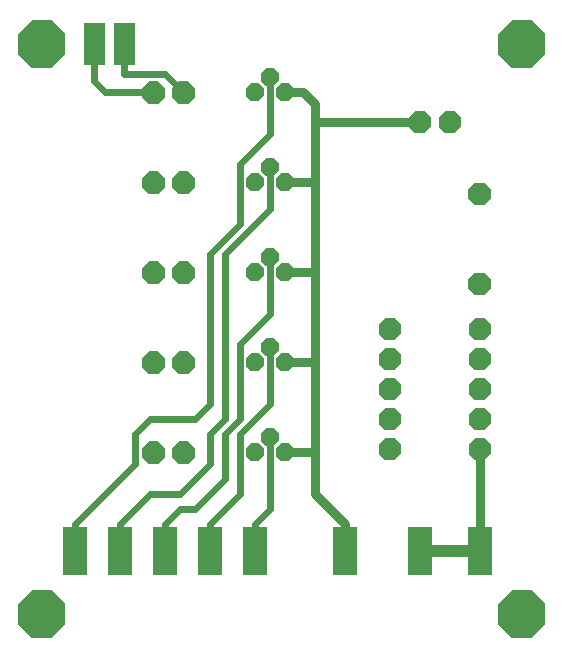
<source format=gbr>
%FSLAX34Y34*%
%MOMM*%
%LNCOPPER_TOP*%
G71*
G01*
%ADD10C, 0.80*%
%ADD11C, 0.60*%
%ADD12C, 1.00*%
%LPD*%
G36*
X215901Y564708D02*
X210343Y559150D01*
X202459Y559150D01*
X196901Y564708D01*
X196901Y572592D01*
X202459Y578150D01*
X210343Y578150D01*
X215901Y572592D01*
X215901Y564708D01*
G37*
G36*
X190502Y564708D02*
X184944Y559150D01*
X177060Y559150D01*
X171502Y564708D01*
X171502Y572592D01*
X177060Y578150D01*
X184944Y578150D01*
X190502Y572592D01*
X190502Y564708D01*
G37*
G36*
X276700Y505140D02*
X276700Y465140D01*
X256700Y465140D01*
X256700Y505140D01*
X276700Y505140D01*
G37*
G36*
X238600Y505140D02*
X238600Y465140D01*
X218600Y465140D01*
X218600Y505140D01*
X238600Y505140D01*
G37*
G36*
X200500Y505140D02*
X200500Y465140D01*
X180500Y465140D01*
X180500Y505140D01*
X200500Y505140D01*
G37*
G36*
X162400Y505140D02*
X162400Y465140D01*
X142400Y465140D01*
X142400Y505140D01*
X162400Y505140D01*
G37*
G36*
X124300Y505140D02*
X124300Y465140D01*
X104300Y465140D01*
X104300Y505140D01*
X124300Y505140D01*
G37*
G36*
X352900Y505140D02*
X352900Y465140D01*
X332900Y465140D01*
X332900Y505140D01*
X352900Y505140D01*
G37*
G36*
X371500Y677042D02*
X377058Y682600D01*
X384942Y682600D01*
X390500Y677042D01*
X390500Y669158D01*
X384942Y663600D01*
X377058Y663600D01*
X371500Y669158D01*
X371500Y677042D01*
G37*
G36*
X447700Y677042D02*
X453258Y682600D01*
X461142Y682600D01*
X466700Y677042D01*
X466700Y669158D01*
X461142Y663600D01*
X453258Y663600D01*
X447700Y669158D01*
X447700Y677042D01*
G37*
G36*
X460993Y797072D02*
X466551Y791514D01*
X466551Y783630D01*
X460993Y778072D01*
X453109Y778072D01*
X447551Y783630D01*
X447551Y791514D01*
X453109Y797072D01*
X460993Y797072D01*
G37*
G36*
X460993Y720872D02*
X466551Y715314D01*
X466551Y707430D01*
X460993Y701872D01*
X453109Y701872D01*
X447551Y707430D01*
X447551Y715314D01*
X453109Y720872D01*
X460993Y720872D01*
G37*
G36*
X371500Y651642D02*
X377058Y657200D01*
X384942Y657200D01*
X390500Y651642D01*
X390500Y643758D01*
X384942Y638200D01*
X377058Y638200D01*
X371500Y643758D01*
X371500Y651642D01*
G37*
G36*
X447700Y651642D02*
X453258Y657200D01*
X461142Y657200D01*
X466700Y651642D01*
X466700Y643758D01*
X461142Y638200D01*
X453258Y638200D01*
X447700Y643758D01*
X447700Y651642D01*
G37*
G36*
X371500Y626242D02*
X377058Y631800D01*
X384942Y631800D01*
X390500Y626242D01*
X390500Y618358D01*
X384942Y612800D01*
X377058Y612800D01*
X371500Y618358D01*
X371500Y626242D01*
G37*
G36*
X447700Y626242D02*
X453258Y631800D01*
X461142Y631800D01*
X466700Y626242D01*
X466700Y618358D01*
X461142Y612800D01*
X453258Y612800D01*
X447700Y618358D01*
X447700Y626242D01*
G37*
G36*
X371500Y600842D02*
X377058Y606400D01*
X384942Y606400D01*
X390500Y600842D01*
X390500Y592958D01*
X384942Y587400D01*
X377058Y587400D01*
X371500Y592958D01*
X371500Y600842D01*
G37*
G36*
X447700Y600842D02*
X453258Y606400D01*
X461142Y606400D01*
X466700Y600842D01*
X466700Y592958D01*
X461142Y587400D01*
X453258Y587400D01*
X447700Y592958D01*
X447700Y600842D01*
G37*
G36*
X371500Y575442D02*
X377058Y581000D01*
X384942Y581000D01*
X390500Y575442D01*
X390500Y567558D01*
X384942Y562000D01*
X377058Y562000D01*
X371500Y567558D01*
X371500Y575442D01*
G37*
G36*
X447700Y575442D02*
X453258Y581000D01*
X461142Y581000D01*
X466700Y575442D01*
X466700Y567558D01*
X461142Y562000D01*
X453258Y562000D01*
X447700Y567558D01*
X447700Y575442D01*
G37*
G36*
X396900Y852302D02*
X402458Y857860D01*
X410342Y857860D01*
X415900Y852302D01*
X415900Y844418D01*
X410342Y838860D01*
X402458Y838860D01*
X396900Y844418D01*
X396900Y852302D01*
G37*
G36*
X422300Y852302D02*
X427858Y857860D01*
X435742Y857860D01*
X441300Y852302D01*
X441300Y844418D01*
X435742Y838860D01*
X427858Y838860D01*
X422300Y844418D01*
X422300Y852302D01*
G37*
G36*
X396400Y505140D02*
X416400Y505140D01*
X416400Y465140D01*
X396400Y465140D01*
X396400Y505140D01*
G37*
G36*
X447200Y505140D02*
X467200Y505140D01*
X467200Y465140D01*
X447200Y465140D01*
X447200Y505140D01*
G37*
G36*
X259200Y572072D02*
X263588Y576460D01*
X269812Y576460D01*
X274200Y572072D01*
X274200Y565848D01*
X269812Y561460D01*
X263588Y561460D01*
X259200Y565848D01*
X259200Y572072D01*
G37*
G36*
X271900Y584772D02*
X276288Y589160D01*
X282512Y589160D01*
X286900Y584772D01*
X286900Y578548D01*
X282512Y574160D01*
X276288Y574160D01*
X271900Y578548D01*
X271900Y584772D01*
G37*
G36*
X284600Y572072D02*
X288988Y576460D01*
X295212Y576460D01*
X299600Y572072D01*
X299600Y565848D01*
X295212Y561460D01*
X288988Y561460D01*
X284600Y565848D01*
X284600Y572072D01*
G37*
G36*
X215901Y640908D02*
X210343Y635350D01*
X202459Y635350D01*
X196901Y640908D01*
X196901Y648792D01*
X202459Y654350D01*
X210343Y654350D01*
X215901Y648792D01*
X215901Y640908D01*
G37*
G36*
X190502Y640908D02*
X184944Y635350D01*
X177060Y635350D01*
X171502Y640908D01*
X171502Y648792D01*
X177060Y654350D01*
X184944Y654350D01*
X190502Y648792D01*
X190502Y640908D01*
G37*
G36*
X259200Y648272D02*
X263588Y652660D01*
X269812Y652660D01*
X274200Y648272D01*
X274200Y642048D01*
X269812Y637660D01*
X263588Y637660D01*
X259200Y642048D01*
X259200Y648272D01*
G37*
G36*
X271900Y660972D02*
X276288Y665360D01*
X282512Y665360D01*
X286900Y660972D01*
X286900Y654748D01*
X282512Y650360D01*
X276288Y650360D01*
X271900Y654748D01*
X271900Y660972D01*
G37*
G36*
X284600Y648272D02*
X288988Y652660D01*
X295212Y652660D01*
X299600Y648272D01*
X299600Y642048D01*
X295212Y637660D01*
X288988Y637660D01*
X284600Y642048D01*
X284600Y648272D01*
G37*
G36*
X215901Y717108D02*
X210343Y711550D01*
X202459Y711550D01*
X196901Y717108D01*
X196901Y724992D01*
X202459Y730550D01*
X210343Y730550D01*
X215901Y724992D01*
X215901Y717108D01*
G37*
G36*
X190502Y717108D02*
X184944Y711550D01*
X177060Y711550D01*
X171502Y717108D01*
X171502Y724992D01*
X177060Y730550D01*
X184944Y730550D01*
X190502Y724992D01*
X190502Y717108D01*
G37*
G36*
X259200Y724472D02*
X263588Y728860D01*
X269812Y728860D01*
X274200Y724472D01*
X274200Y718248D01*
X269812Y713860D01*
X263588Y713860D01*
X259200Y718248D01*
X259200Y724472D01*
G37*
G36*
X271900Y737172D02*
X276288Y741560D01*
X282512Y741560D01*
X286900Y737172D01*
X286900Y730948D01*
X282512Y726560D01*
X276288Y726560D01*
X271900Y730948D01*
X271900Y737172D01*
G37*
G36*
X284600Y724472D02*
X288988Y728860D01*
X295212Y728860D01*
X299600Y724472D01*
X299600Y718248D01*
X295212Y713860D01*
X288988Y713860D01*
X284600Y718248D01*
X284600Y724472D01*
G37*
G36*
X215901Y793308D02*
X210343Y787750D01*
X202459Y787750D01*
X196901Y793308D01*
X196901Y801192D01*
X202459Y806750D01*
X210343Y806750D01*
X215901Y801192D01*
X215901Y793308D01*
G37*
G36*
X190502Y793308D02*
X184944Y787750D01*
X177060Y787750D01*
X171502Y793308D01*
X171502Y801192D01*
X177060Y806750D01*
X184944Y806750D01*
X190502Y801192D01*
X190502Y793308D01*
G37*
G36*
X259200Y800672D02*
X263588Y805060D01*
X269812Y805060D01*
X274200Y800672D01*
X274200Y794448D01*
X269812Y790060D01*
X263588Y790060D01*
X259200Y794448D01*
X259200Y800672D01*
G37*
G36*
X271900Y813372D02*
X276288Y817760D01*
X282512Y817760D01*
X286900Y813372D01*
X286900Y807148D01*
X282512Y802760D01*
X276288Y802760D01*
X271900Y807148D01*
X271900Y813372D01*
G37*
G36*
X284600Y800672D02*
X288988Y805060D01*
X295212Y805060D01*
X299600Y800672D01*
X299600Y794448D01*
X295212Y790060D01*
X288988Y790060D01*
X284600Y794448D01*
X284600Y800672D01*
G37*
G36*
X215901Y869508D02*
X210343Y863950D01*
X202459Y863950D01*
X196901Y869508D01*
X196901Y877392D01*
X202459Y882950D01*
X210343Y882950D01*
X215901Y877392D01*
X215901Y869508D01*
G37*
G36*
X190502Y869508D02*
X184944Y863950D01*
X177060Y863950D01*
X171502Y869508D01*
X171502Y877392D01*
X177060Y882950D01*
X184944Y882950D01*
X190502Y877392D01*
X190502Y869508D01*
G37*
G36*
X259200Y876872D02*
X263588Y881260D01*
X269812Y881260D01*
X274200Y876872D01*
X274200Y870648D01*
X269812Y866260D01*
X263588Y866260D01*
X259200Y870648D01*
X259200Y876872D01*
G37*
G36*
X271900Y889572D02*
X276288Y893960D01*
X282512Y893960D01*
X286900Y889572D01*
X286900Y883348D01*
X282512Y878960D01*
X276288Y878960D01*
X271900Y883348D01*
X271900Y889572D01*
G37*
G36*
X284600Y876872D02*
X288988Y881260D01*
X295212Y881260D01*
X299600Y876872D01*
X299600Y870648D01*
X295212Y866260D01*
X288988Y866260D01*
X284600Y870648D01*
X284600Y876872D01*
G37*
G54D10*
X292100Y873760D02*
X307340Y873760D01*
X317500Y863600D01*
X317500Y568960D01*
X292100Y568960D01*
G54D10*
X292100Y645160D02*
X314960Y645160D01*
X317500Y647700D01*
G54D10*
X292100Y721360D02*
X314960Y721360D01*
X317500Y723900D01*
G54D10*
X292100Y797560D02*
X314960Y797560D01*
X317500Y800100D01*
G54D11*
X279400Y581660D02*
X279400Y520700D01*
X266700Y508000D01*
X266700Y485140D01*
G54D11*
X279400Y657860D02*
X279400Y609600D01*
X254000Y584200D01*
X254000Y533400D01*
X228600Y508000D01*
X228600Y485140D01*
G54D11*
X279400Y734060D02*
X279400Y685800D01*
X254000Y660400D01*
X254000Y596900D01*
X241300Y584200D01*
X241300Y546100D01*
X215900Y520700D01*
X203200Y520700D01*
X190500Y508000D01*
X190500Y485140D01*
G54D11*
X279400Y810260D02*
X279400Y774700D01*
X241300Y736600D01*
X241300Y596900D01*
X228600Y584200D01*
X228600Y558800D01*
X203200Y533400D01*
X177800Y533400D01*
X152400Y508000D01*
X152400Y485140D01*
G54D11*
X279400Y886460D02*
X279400Y838200D01*
X254000Y812800D01*
X254000Y762000D01*
X228600Y736600D01*
X228600Y609600D01*
X215900Y596900D01*
X177800Y596900D01*
X165100Y584200D01*
X165100Y558800D01*
X114300Y508000D01*
X114300Y485140D01*
G54D10*
X317500Y594360D02*
X317500Y533400D01*
X342900Y508000D01*
G54D10*
X342900Y508000D02*
X342900Y485140D01*
G54D10*
X457200Y571500D02*
X457200Y485140D01*
G54D12*
X457200Y485140D02*
X406400Y485140D01*
G54D10*
X406400Y848360D02*
X320040Y848360D01*
X317500Y850900D01*
G36*
X66360Y922700D02*
X78060Y934400D01*
X94660Y934400D01*
X106360Y922700D01*
X106360Y906100D01*
X94660Y894400D01*
X78060Y894400D01*
X66360Y906100D01*
X66360Y922700D01*
G37*
G36*
X472760Y922700D02*
X484460Y934400D01*
X501060Y934400D01*
X512760Y922700D01*
X512760Y906100D01*
X501060Y894400D01*
X484460Y894400D01*
X472760Y906100D01*
X472760Y922700D01*
G37*
G36*
X66360Y440100D02*
X78060Y451800D01*
X94660Y451800D01*
X106360Y440100D01*
X106360Y423500D01*
X94660Y411800D01*
X78060Y411800D01*
X66360Y423500D01*
X66360Y440100D01*
G37*
G36*
X472760Y440100D02*
X484460Y451800D01*
X501060Y451800D01*
X512760Y440100D01*
X512760Y423500D01*
X501060Y411800D01*
X484460Y411800D01*
X472760Y423500D01*
X472760Y440100D01*
G37*
G36*
X139810Y932400D02*
X139810Y896400D01*
X121810Y896400D01*
X121810Y932400D01*
X139810Y932400D01*
G37*
G36*
X165210Y932400D02*
X165210Y896400D01*
X147210Y896400D01*
X147210Y932400D01*
X165210Y932400D01*
G37*
G54D11*
X130810Y911860D02*
X130810Y882650D01*
X139700Y873760D01*
X178152Y873760D01*
X181002Y873450D01*
G54D11*
X206401Y873450D02*
X206050Y873450D01*
X190500Y889000D01*
X156203Y889158D01*
X156210Y914400D01*
M02*

</source>
